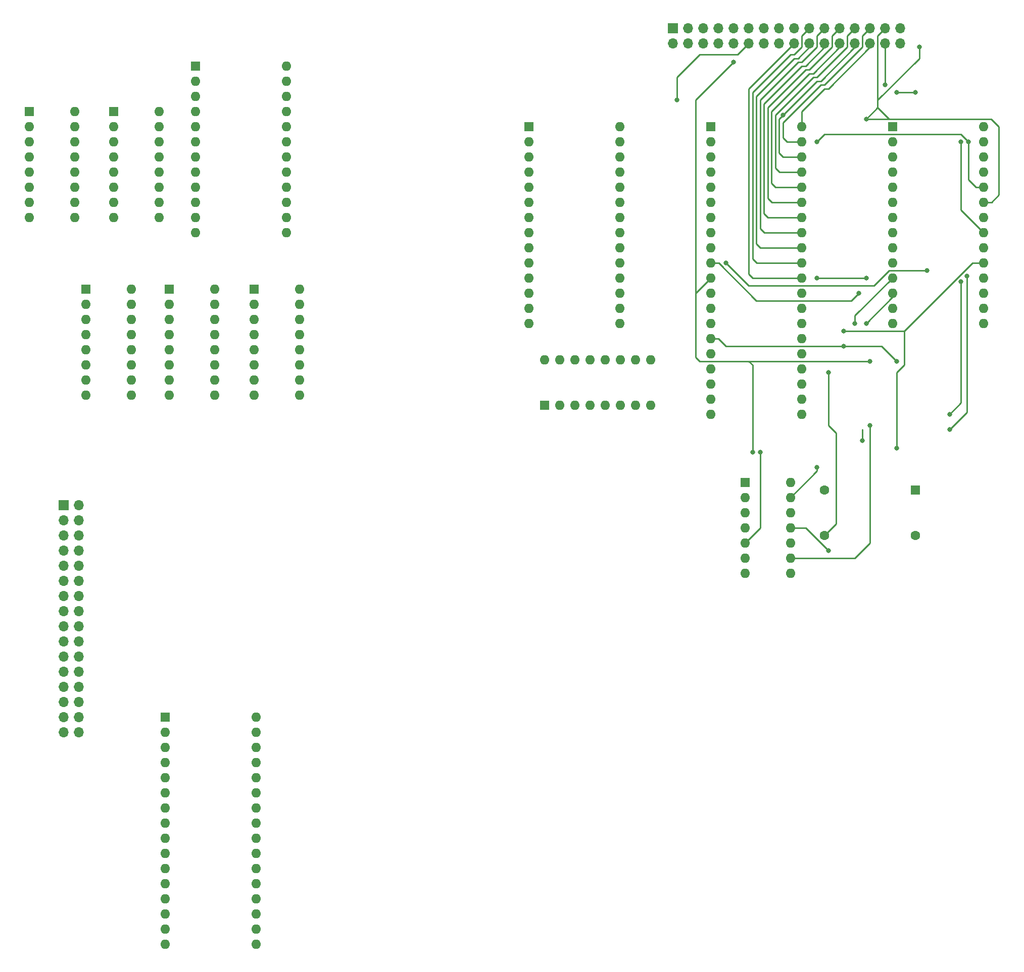
<source format=gbr>
%TF.GenerationSoftware,KiCad,Pcbnew,(6.0.4)*%
%TF.CreationDate,2022-04-27T21:45:15+02:00*%
%TF.ProjectId,z80,7a38302e-6b69-4636-9164-5f7063625858,rev?*%
%TF.SameCoordinates,Original*%
%TF.FileFunction,Copper,L2,Bot*%
%TF.FilePolarity,Positive*%
%FSLAX46Y46*%
G04 Gerber Fmt 4.6, Leading zero omitted, Abs format (unit mm)*
G04 Created by KiCad (PCBNEW (6.0.4)) date 2022-04-27 21:45:15*
%MOMM*%
%LPD*%
G01*
G04 APERTURE LIST*
%TA.AperFunction,ComponentPad*%
%ADD10R,1.600000X1.600000*%
%TD*%
%TA.AperFunction,ComponentPad*%
%ADD11O,1.600000X1.600000*%
%TD*%
%TA.AperFunction,ComponentPad*%
%ADD12R,1.700000X1.700000*%
%TD*%
%TA.AperFunction,ComponentPad*%
%ADD13O,1.700000X1.700000*%
%TD*%
%TA.AperFunction,ComponentPad*%
%ADD14C,1.600000*%
%TD*%
%TA.AperFunction,ViaPad*%
%ADD15C,0.800000*%
%TD*%
%TA.AperFunction,Conductor*%
%ADD16C,0.250000*%
%TD*%
G04 APERTURE END LIST*
D10*
%TO.P,CPU1,1,A11*%
%TO.N,A11*%
X132075000Y-52075000D03*
D11*
%TO.P,CPU1,2,A12*%
%TO.N,A12*%
X132075000Y-54615000D03*
%TO.P,CPU1,3,A13*%
%TO.N,A13*%
X132075000Y-57155000D03*
%TO.P,CPU1,4,A14*%
%TO.N,A14*%
X132075000Y-59695000D03*
%TO.P,CPU1,5,A15*%
%TO.N,A15*%
X132075000Y-62235000D03*
%TO.P,CPU1,6,~{CLK}*%
%TO.N,Clock*%
X132075000Y-64775000D03*
%TO.P,CPU1,7,D4*%
%TO.N,D4*%
X132075000Y-67315000D03*
%TO.P,CPU1,8,D3*%
%TO.N,D3*%
X132075000Y-69855000D03*
%TO.P,CPU1,9,D5*%
%TO.N,D5*%
X132075000Y-72395000D03*
%TO.P,CPU1,10,D6*%
%TO.N,D6*%
X132075000Y-74935000D03*
%TO.P,CPU1,11,VCC*%
%TO.N,+5V*%
X132075000Y-77475000D03*
%TO.P,CPU1,12,D2*%
%TO.N,D2*%
X132075000Y-80015000D03*
%TO.P,CPU1,13,D7*%
%TO.N,D7*%
X132075000Y-82555000D03*
%TO.P,CPU1,14,D0*%
%TO.N,D0*%
X132075000Y-85095000D03*
%TO.P,CPU1,15,D1*%
%TO.N,D1*%
X132075000Y-87635000D03*
%TO.P,CPU1,16,~{INT}*%
%TO.N,/INT*%
X132075000Y-90175000D03*
%TO.P,CPU1,17,~{NMI}*%
%TO.N,/NMI*%
X132075000Y-92715000D03*
%TO.P,CPU1,18,~{HALT}*%
%TO.N,unconnected-(CPU1-Pad18)*%
X132075000Y-95255000D03*
%TO.P,CPU1,19,~{MREQ}*%
%TO.N,/MREQ*%
X132075000Y-97795000D03*
%TO.P,CPU1,20,~{IORQ}*%
%TO.N,/IORQ*%
X132075000Y-100335000D03*
%TO.P,CPU1,21,~{RD}*%
%TO.N,RD*%
X147315000Y-100335000D03*
%TO.P,CPU1,22,~{WR}*%
%TO.N,WR*%
X147315000Y-97795000D03*
%TO.P,CPU1,23,~{BUSACK}*%
%TO.N,unconnected-(CPU1-Pad23)*%
X147315000Y-95255000D03*
%TO.P,CPU1,24,~{WAIT}*%
%TO.N,unconnected-(CPU1-Pad24)*%
X147315000Y-92715000D03*
%TO.P,CPU1,25,~{BUSRQ}*%
%TO.N,unconnected-(CPU1-Pad25)*%
X147315000Y-90175000D03*
%TO.P,CPU1,26,~{RESET}*%
%TO.N,Net-(CPU1-Pad26)*%
X147315000Y-87635000D03*
%TO.P,CPU1,27,~{M1}*%
%TO.N,unconnected-(CPU1-Pad27)*%
X147315000Y-85095000D03*
%TO.P,CPU1,28,~{RFSH}*%
%TO.N,unconnected-(CPU1-Pad28)*%
X147315000Y-82555000D03*
%TO.P,CPU1,29,GND*%
%TO.N,GND*%
X147315000Y-80015000D03*
%TO.P,CPU1,30,A0*%
%TO.N,A0*%
X147315000Y-77475000D03*
%TO.P,CPU1,31,A1*%
%TO.N,A1*%
X147315000Y-74935000D03*
%TO.P,CPU1,32,A2*%
%TO.N,A2*%
X147315000Y-72395000D03*
%TO.P,CPU1,33,A3*%
%TO.N,A3*%
X147315000Y-69855000D03*
%TO.P,CPU1,34,A4*%
%TO.N,A4*%
X147315000Y-67315000D03*
%TO.P,CPU1,35,A5*%
%TO.N,A5*%
X147315000Y-64775000D03*
%TO.P,CPU1,36,A6*%
%TO.N,A6*%
X147315000Y-62235000D03*
%TO.P,CPU1,37,A7*%
%TO.N,A7*%
X147315000Y-59695000D03*
%TO.P,CPU1,38,A8*%
%TO.N,A8*%
X147315000Y-57155000D03*
%TO.P,CPU1,39,A9*%
%TO.N,A9*%
X147315000Y-54615000D03*
%TO.P,CPU1,40,A10*%
%TO.N,A10*%
X147315000Y-52075000D03*
%TD*%
D10*
%TO.P,SW9,1*%
%TO.N,A0*%
X27305000Y-79375000D03*
D11*
%TO.P,SW9,2*%
%TO.N,A1*%
X27305000Y-81915000D03*
%TO.P,SW9,3*%
%TO.N,A2*%
X27305000Y-84455000D03*
%TO.P,SW9,4*%
%TO.N,A3*%
X27305000Y-86995000D03*
%TO.P,SW9,5*%
%TO.N,A4*%
X27305000Y-89535000D03*
%TO.P,SW9,6*%
%TO.N,A5*%
X27305000Y-92075000D03*
%TO.P,SW9,7*%
%TO.N,A6*%
X27305000Y-94615000D03*
%TO.P,SW9,8*%
%TO.N,A7*%
X27305000Y-97155000D03*
%TO.P,SW9,9*%
%TO.N,PA7*%
X34925000Y-97155000D03*
%TO.P,SW9,10*%
%TO.N,PA6*%
X34925000Y-94615000D03*
%TO.P,SW9,11*%
%TO.N,PA5*%
X34925000Y-92075000D03*
%TO.P,SW9,12*%
%TO.N,PA4*%
X34925000Y-89535000D03*
%TO.P,SW9,13*%
%TO.N,PA3*%
X34925000Y-86995000D03*
%TO.P,SW9,14*%
%TO.N,PA2*%
X34925000Y-84455000D03*
%TO.P,SW9,15*%
%TO.N,PA1*%
X34925000Y-81915000D03*
%TO.P,SW9,16*%
%TO.N,PA0*%
X34925000Y-79375000D03*
%TD*%
D10*
%TO.P,RAM1,1,A14*%
%TO.N,GND*%
X162555000Y-52055000D03*
D11*
%TO.P,RAM1,2,A12*%
%TO.N,A12*%
X162555000Y-54595000D03*
%TO.P,RAM1,3,A7*%
%TO.N,A7*%
X162555000Y-57135000D03*
%TO.P,RAM1,4,A6*%
%TO.N,A6*%
X162555000Y-59675000D03*
%TO.P,RAM1,5,A5*%
%TO.N,A5*%
X162555000Y-62215000D03*
%TO.P,RAM1,6,A4*%
%TO.N,A4*%
X162555000Y-64755000D03*
%TO.P,RAM1,7,A3*%
%TO.N,A3*%
X162555000Y-67295000D03*
%TO.P,RAM1,8,A2*%
%TO.N,A2*%
X162555000Y-69835000D03*
%TO.P,RAM1,9,A1*%
%TO.N,A1*%
X162555000Y-72375000D03*
%TO.P,RAM1,10,A0*%
%TO.N,A0*%
X162555000Y-74915000D03*
%TO.P,RAM1,11,Q0*%
%TO.N,D0*%
X162555000Y-77455000D03*
%TO.P,RAM1,12,Q1*%
%TO.N,D1*%
X162555000Y-79995000D03*
%TO.P,RAM1,13,Q2*%
%TO.N,D2*%
X162555000Y-82535000D03*
%TO.P,RAM1,14,GND*%
%TO.N,GND*%
X162555000Y-85075000D03*
%TO.P,RAM1,15,Q3*%
%TO.N,D3*%
X177795000Y-85075000D03*
%TO.P,RAM1,16,Q4*%
%TO.N,D4*%
X177795000Y-82535000D03*
%TO.P,RAM1,17,Q5*%
%TO.N,D5*%
X177795000Y-79995000D03*
%TO.P,RAM1,18,Q6*%
%TO.N,D6*%
X177795000Y-77455000D03*
%TO.P,RAM1,19,Q7*%
%TO.N,D7*%
X177795000Y-74915000D03*
%TO.P,RAM1,20,~{CS}*%
%TO.N,Net-(RAM1-Pad20)*%
X177795000Y-72375000D03*
%TO.P,RAM1,21,A10*%
%TO.N,A10*%
X177795000Y-69835000D03*
%TO.P,RAM1,22,~{OE}*%
%TO.N,RD*%
X177795000Y-67295000D03*
%TO.P,RAM1,23,A11*%
%TO.N,A11*%
X177795000Y-64755000D03*
%TO.P,RAM1,24,A9*%
%TO.N,A9*%
X177795000Y-62215000D03*
%TO.P,RAM1,25,A8*%
%TO.N,A8*%
X177795000Y-59675000D03*
%TO.P,RAM1,26,A13*%
%TO.N,GND*%
X177795000Y-57135000D03*
%TO.P,RAM1,27,~{WE}*%
%TO.N,WR*%
X177795000Y-54595000D03*
%TO.P,RAM1,28,VCC*%
%TO.N,+5V*%
X177795000Y-52055000D03*
%TD*%
D10*
%TO.P,SW10,1*%
%TO.N,Net-(A1-Pad24)*%
X55475000Y-79375000D03*
D11*
%TO.P,SW10,2*%
%TO.N,Net-(A1-Pad23)*%
X55475000Y-81915000D03*
%TO.P,SW10,3*%
%TO.N,Net-(A1-Pad22)*%
X55475000Y-84455000D03*
%TO.P,SW10,4*%
%TO.N,Net-(A1-Pad21)*%
X55475000Y-86995000D03*
%TO.P,SW10,5*%
%TO.N,Net-(A1-Pad20)*%
X55475000Y-89535000D03*
%TO.P,SW10,6*%
%TO.N,Net-(A1-Pad19)*%
X55475000Y-92075000D03*
%TO.P,SW10,7*%
%TO.N,Net-(A1-Pad18)*%
X55475000Y-94615000D03*
%TO.P,SW10,8*%
%TO.N,Net-(A1-Pad17)*%
X55475000Y-97155000D03*
%TO.P,SW10,9*%
%TO.N,PD7*%
X63095000Y-97155000D03*
%TO.P,SW10,10*%
%TO.N,PD6*%
X63095000Y-94615000D03*
%TO.P,SW10,11*%
%TO.N,PD5*%
X63095000Y-92075000D03*
%TO.P,SW10,12*%
%TO.N,PD4*%
X63095000Y-89535000D03*
%TO.P,SW10,13*%
%TO.N,PD3*%
X63095000Y-86995000D03*
%TO.P,SW10,14*%
%TO.N,PD2*%
X63095000Y-84455000D03*
%TO.P,SW10,15*%
%TO.N,PD1*%
X63095000Y-81915000D03*
%TO.P,SW10,16*%
%TO.N,PD0*%
X63095000Y-79375000D03*
%TD*%
D10*
%TO.P,ROM1,1,NC*%
%TO.N,unconnected-(ROM1-Pad1)*%
X101595000Y-52055000D03*
D11*
%TO.P,ROM1,2,A12*%
%TO.N,PA12*%
X101595000Y-54595000D03*
%TO.P,ROM1,3,A7*%
%TO.N,PA7*%
X101595000Y-57135000D03*
%TO.P,ROM1,4,A6*%
%TO.N,PA6*%
X101595000Y-59675000D03*
%TO.P,ROM1,5,A5*%
%TO.N,PA5*%
X101595000Y-62215000D03*
%TO.P,ROM1,6,A4*%
%TO.N,PA4*%
X101595000Y-64755000D03*
%TO.P,ROM1,7,A3*%
%TO.N,PA3*%
X101595000Y-67295000D03*
%TO.P,ROM1,8,A2*%
%TO.N,PA2*%
X101595000Y-69835000D03*
%TO.P,ROM1,9,A1*%
%TO.N,PA1*%
X101595000Y-72375000D03*
%TO.P,ROM1,10,A0*%
%TO.N,PA0*%
X101595000Y-74915000D03*
%TO.P,ROM1,11,I/O0*%
%TO.N,PD0*%
X101595000Y-77455000D03*
%TO.P,ROM1,12,I/O1*%
%TO.N,PD1*%
X101595000Y-79995000D03*
%TO.P,ROM1,13,I/O2*%
%TO.N,PD2*%
X101595000Y-82535000D03*
%TO.P,ROM1,14,GND*%
%TO.N,GND*%
X101595000Y-85075000D03*
%TO.P,ROM1,15,I/O3*%
%TO.N,PD3*%
X116835000Y-85075000D03*
%TO.P,ROM1,16,I/O4*%
%TO.N,PD4*%
X116835000Y-82535000D03*
%TO.P,ROM1,17,I/O5*%
%TO.N,PD5*%
X116835000Y-79995000D03*
%TO.P,ROM1,18,I/O6*%
%TO.N,PD6*%
X116835000Y-77455000D03*
%TO.P,ROM1,19,I/O7*%
%TO.N,PD7*%
X116835000Y-74915000D03*
%TO.P,ROM1,20,\u002ACE*%
%TO.N,Net-(ROM1-Pad20)*%
X116835000Y-72375000D03*
%TO.P,ROM1,21,A10*%
%TO.N,PA10*%
X116835000Y-69835000D03*
%TO.P,ROM1,22,\u002AOE*%
%TO.N,PRD*%
X116835000Y-67295000D03*
%TO.P,ROM1,23,A11*%
%TO.N,PA11*%
X116835000Y-64755000D03*
%TO.P,ROM1,24,A9*%
%TO.N,PA9*%
X116835000Y-62215000D03*
%TO.P,ROM1,25,A8*%
%TO.N,PA8*%
X116835000Y-59675000D03*
%TO.P,ROM1,26,NC*%
%TO.N,unconnected-(ROM1-Pad26)*%
X116835000Y-57135000D03*
%TO.P,ROM1,27,\u002AWE*%
%TO.N,PWR*%
X116835000Y-54595000D03*
%TO.P,ROM1,28,VCC*%
%TO.N,+5V*%
X116835000Y-52055000D03*
%TD*%
D12*
%TO.P,J1,1,Pin_1*%
%TO.N,D7*%
X125725000Y-35560000D03*
D13*
%TO.P,J1,2,Pin_2*%
%TO.N,D6*%
X125725000Y-38100000D03*
%TO.P,J1,3,Pin_3*%
%TO.N,D5*%
X128265000Y-35560000D03*
%TO.P,J1,4,Pin_4*%
%TO.N,D4*%
X128265000Y-38100000D03*
%TO.P,J1,5,Pin_5*%
%TO.N,D3*%
X130805000Y-35560000D03*
%TO.P,J1,6,Pin_6*%
%TO.N,D2*%
X130805000Y-38100000D03*
%TO.P,J1,7,Pin_7*%
%TO.N,D1*%
X133345000Y-35560000D03*
%TO.P,J1,8,Pin_8*%
%TO.N,D0*%
X133345000Y-38100000D03*
%TO.P,J1,9,Pin_9*%
%TO.N,A15*%
X135885000Y-35560000D03*
%TO.P,J1,10,Pin_10*%
%TO.N,+5V*%
X135885000Y-38100000D03*
%TO.P,J1,11,Pin_11*%
%TO.N,/RST*%
X138425000Y-35560000D03*
%TO.P,J1,12,Pin_12*%
%TO.N,/IORQ*%
X138425000Y-38100000D03*
%TO.P,J1,13,Pin_13*%
%TO.N,/MREQ*%
X140965000Y-35560000D03*
%TO.P,J1,14,Pin_14*%
%TO.N,RD*%
X140965000Y-38100000D03*
%TO.P,J1,15,Pin_15*%
%TO.N,WR*%
X143505000Y-35560000D03*
%TO.P,J1,16,Pin_16*%
%TO.N,GND*%
X143505000Y-38100000D03*
%TO.P,J1,17,Pin_17*%
X146045000Y-35560000D03*
%TO.P,J1,18,Pin_18*%
%TO.N,A0*%
X146045000Y-38100000D03*
%TO.P,J1,19,Pin_19*%
%TO.N,A1*%
X148585000Y-35560000D03*
%TO.P,J1,20,Pin_20*%
%TO.N,A2*%
X148585000Y-38100000D03*
%TO.P,J1,21,Pin_21*%
%TO.N,A3*%
X151125000Y-35560000D03*
%TO.P,J1,22,Pin_22*%
%TO.N,A4*%
X151125000Y-38100000D03*
%TO.P,J1,23,Pin_23*%
%TO.N,A5*%
X153665000Y-35560000D03*
%TO.P,J1,24,Pin_24*%
%TO.N,A6*%
X153665000Y-38100000D03*
%TO.P,J1,25,Pin_25*%
%TO.N,A7*%
X156205000Y-35560000D03*
%TO.P,J1,26,Pin_26*%
%TO.N,A8*%
X156205000Y-38100000D03*
%TO.P,J1,27,Pin_27*%
%TO.N,A9*%
X158745000Y-35560000D03*
%TO.P,J1,28,Pin_28*%
%TO.N,A10*%
X158745000Y-38100000D03*
%TO.P,J1,29,Pin_29*%
%TO.N,A11*%
X161285000Y-35560000D03*
%TO.P,J1,30,Pin_30*%
%TO.N,A12*%
X161285000Y-38100000D03*
%TO.P,J1,31,Pin_31*%
%TO.N,A13*%
X163825000Y-35560000D03*
%TO.P,J1,32,Pin_32*%
%TO.N,A14*%
X163825000Y-38100000D03*
%TD*%
D10*
%TO.P,SW14,1*%
%TO.N,Net-(SW14-Pad1)*%
X32000000Y-49545000D03*
D11*
%TO.P,SW14,2*%
%TO.N,Net-(SW14-Pad2)*%
X32000000Y-52085000D03*
%TO.P,SW14,3*%
%TO.N,Net-(SW14-Pad3)*%
X32000000Y-54625000D03*
%TO.P,SW14,4*%
%TO.N,Net-(SW14-Pad4)*%
X32000000Y-57165000D03*
%TO.P,SW14,5*%
%TO.N,Net-(SW14-Pad5)*%
X32000000Y-59705000D03*
%TO.P,SW14,6*%
%TO.N,unconnected-(SW14-Pad6)*%
X32000000Y-62245000D03*
%TO.P,SW14,7*%
%TO.N,unconnected-(SW14-Pad7)*%
X32000000Y-64785000D03*
%TO.P,SW14,8*%
%TO.N,unconnected-(SW14-Pad8)*%
X32000000Y-67325000D03*
%TO.P,SW14,9*%
%TO.N,unconnected-(SW14-Pad9)*%
X39620000Y-67325000D03*
%TO.P,SW14,10*%
%TO.N,unconnected-(SW14-Pad10)*%
X39620000Y-64785000D03*
%TO.P,SW14,11*%
%TO.N,unconnected-(SW14-Pad11)*%
X39620000Y-62245000D03*
%TO.P,SW14,12*%
%TO.N,unconnected-(SW14-Pad12)*%
X39620000Y-59705000D03*
%TO.P,SW14,13*%
%TO.N,unconnected-(SW14-Pad13)*%
X39620000Y-57165000D03*
%TO.P,SW14,14*%
%TO.N,unconnected-(SW14-Pad14)*%
X39620000Y-54625000D03*
%TO.P,SW14,15*%
%TO.N,unconnected-(SW14-Pad15)*%
X39620000Y-52085000D03*
%TO.P,SW14,16*%
%TO.N,unconnected-(SW14-Pad16)*%
X39620000Y-49545000D03*
%TD*%
D10*
%TO.P,CLK1,1,DIS*%
%TO.N,Net-(CLK1-Pad1)*%
X137805000Y-111755000D03*
D11*
%TO.P,CLK1,2,THR*%
%TO.N,Net-(C1-Pad1)*%
X137805000Y-114295000D03*
%TO.P,CLK1,3,CV*%
%TO.N,Net-(C5-Pad1)*%
X137805000Y-116835000D03*
%TO.P,CLK1,4,R*%
%TO.N,+5V*%
X137805000Y-119375000D03*
%TO.P,CLK1,5,Q*%
%TO.N,/AdjClk*%
X137805000Y-121915000D03*
%TO.P,CLK1,6,TR*%
%TO.N,Net-(C1-Pad1)*%
X137805000Y-124455000D03*
%TO.P,CLK1,7,GND*%
%TO.N,GND*%
X137805000Y-126995000D03*
%TO.P,CLK1,8,TR*%
%TO.N,Net-(CLK1-Pad8)*%
X145425000Y-126995000D03*
%TO.P,CLK1,9,Q*%
%TO.N,/ManClk*%
X145425000Y-124455000D03*
%TO.P,CLK1,10,R*%
%TO.N,+5V*%
X145425000Y-121915000D03*
%TO.P,CLK1,11,CV*%
%TO.N,Net-(C6-Pad1)*%
X145425000Y-119375000D03*
%TO.P,CLK1,12,THR*%
%TO.N,Net-(C7-Pad2)*%
X145425000Y-116835000D03*
%TO.P,CLK1,13,DIS*%
X145425000Y-114295000D03*
%TO.P,CLK1,14,VCC*%
%TO.N,+5V*%
X145425000Y-111755000D03*
%TD*%
D10*
%TO.P,SW13,1*%
%TO.N,Net-(SW13-Pad1)*%
X17800000Y-49545000D03*
D11*
%TO.P,SW13,2*%
%TO.N,Net-(SW13-Pad2)*%
X17800000Y-52085000D03*
%TO.P,SW13,3*%
%TO.N,Net-(SW13-Pad3)*%
X17800000Y-54625000D03*
%TO.P,SW13,4*%
%TO.N,Net-(SW13-Pad4)*%
X17800000Y-57165000D03*
%TO.P,SW13,5*%
%TO.N,Net-(SW13-Pad5)*%
X17800000Y-59705000D03*
%TO.P,SW13,6*%
%TO.N,Net-(SW13-Pad6)*%
X17800000Y-62245000D03*
%TO.P,SW13,7*%
%TO.N,Net-(SW13-Pad7)*%
X17800000Y-64785000D03*
%TO.P,SW13,8*%
%TO.N,Net-(SW13-Pad8)*%
X17800000Y-67325000D03*
%TO.P,SW13,9*%
%TO.N,unconnected-(SW13-Pad9)*%
X25420000Y-67325000D03*
%TO.P,SW13,10*%
%TO.N,unconnected-(SW13-Pad10)*%
X25420000Y-64785000D03*
%TO.P,SW13,11*%
%TO.N,unconnected-(SW13-Pad11)*%
X25420000Y-62245000D03*
%TO.P,SW13,12*%
%TO.N,unconnected-(SW13-Pad12)*%
X25420000Y-59705000D03*
%TO.P,SW13,13*%
%TO.N,unconnected-(SW13-Pad13)*%
X25420000Y-57165000D03*
%TO.P,SW13,14*%
%TO.N,unconnected-(SW13-Pad14)*%
X25420000Y-54625000D03*
%TO.P,SW13,15*%
%TO.N,unconnected-(SW13-Pad15)*%
X25420000Y-52085000D03*
%TO.P,SW13,16*%
%TO.N,unconnected-(SW13-Pad16)*%
X25420000Y-49545000D03*
%TD*%
D10*
%TO.P,A1,1,NC*%
%TO.N,unconnected-(A1-Pad1)*%
X45715000Y-41905000D03*
D11*
%TO.P,A1,2,IOREF*%
%TO.N,unconnected-(A1-Pad2)*%
X45715000Y-44445000D03*
%TO.P,A1,3,~{RESET}*%
%TO.N,unconnected-(A1-Pad3)*%
X45715000Y-46985000D03*
%TO.P,A1,4,3V3*%
%TO.N,unconnected-(A1-Pad4)*%
X45715000Y-49525000D03*
%TO.P,A1,5,+5V*%
%TO.N,Net-(A1-Pad5)*%
X45715000Y-52065000D03*
%TO.P,A1,6,GND*%
%TO.N,Net-(A1-Pad6)*%
X45715000Y-54605000D03*
%TO.P,A1,7,GND*%
%TO.N,unconnected-(A1-Pad7)*%
X45715000Y-57145000D03*
%TO.P,A1,8,VIN*%
%TO.N,unconnected-(A1-Pad8)*%
X45715000Y-59685000D03*
%TO.P,A1,9,A0*%
%TO.N,Net-(A1-Pad9)*%
X45715000Y-62225000D03*
%TO.P,A1,10,A1*%
%TO.N,unconnected-(A1-Pad10)*%
X45715000Y-64765000D03*
%TO.P,A1,11,A2*%
%TO.N,unconnected-(A1-Pad11)*%
X45715000Y-67305000D03*
%TO.P,A1,12,A3*%
%TO.N,unconnected-(A1-Pad12)*%
X45715000Y-69845000D03*
%TO.P,A1,13,A4*%
%TO.N,unconnected-(A1-Pad13)*%
X60955000Y-69845000D03*
%TO.P,A1,14,A5*%
%TO.N,unconnected-(A1-Pad14)*%
X60955000Y-67305000D03*
%TO.P,A1,15,D0/RX*%
%TO.N,unconnected-(A1-Pad15)*%
X60955000Y-64765000D03*
%TO.P,A1,16,D1/TX*%
%TO.N,unconnected-(A1-Pad16)*%
X60955000Y-62225000D03*
%TO.P,A1,17,D2/SDA*%
%TO.N,Net-(A1-Pad17)*%
X60955000Y-59685000D03*
%TO.P,A1,18,D3/SCL*%
%TO.N,Net-(A1-Pad18)*%
X60955000Y-57145000D03*
%TO.P,A1,19,D4*%
%TO.N,Net-(A1-Pad19)*%
X60955000Y-54605000D03*
%TO.P,A1,20,D5*%
%TO.N,Net-(A1-Pad20)*%
X60955000Y-52065000D03*
%TO.P,A1,21,D6*%
%TO.N,Net-(A1-Pad21)*%
X60955000Y-49525000D03*
%TO.P,A1,22,D7*%
%TO.N,Net-(A1-Pad22)*%
X60955000Y-46985000D03*
%TO.P,A1,23,D8*%
%TO.N,Net-(A1-Pad23)*%
X60955000Y-44445000D03*
%TO.P,A1,24,D9*%
%TO.N,Net-(A1-Pad24)*%
X60955000Y-41905000D03*
%TD*%
D10*
%TO.P,SW5,1*%
%TO.N,D0*%
X104155000Y-98810000D03*
D11*
%TO.P,SW5,2*%
%TO.N,D1*%
X106695000Y-98810000D03*
%TO.P,SW5,3*%
%TO.N,D2*%
X109235000Y-98810000D03*
%TO.P,SW5,4*%
%TO.N,D3*%
X111775000Y-98810000D03*
%TO.P,SW5,5*%
%TO.N,D4*%
X114315000Y-98810000D03*
%TO.P,SW5,6*%
%TO.N,D5*%
X116855000Y-98810000D03*
%TO.P,SW5,7*%
%TO.N,D6*%
X119395000Y-98810000D03*
%TO.P,SW5,8*%
%TO.N,D7*%
X121935000Y-98810000D03*
%TO.P,SW5,9*%
%TO.N,PD7*%
X121935000Y-91190000D03*
%TO.P,SW5,10*%
%TO.N,PD6*%
X119395000Y-91190000D03*
%TO.P,SW5,11*%
%TO.N,PD5*%
X116855000Y-91190000D03*
%TO.P,SW5,12*%
%TO.N,PD4*%
X114315000Y-91190000D03*
%TO.P,SW5,13*%
%TO.N,PD3*%
X111775000Y-91190000D03*
%TO.P,SW5,14*%
%TO.N,PD2*%
X109235000Y-91190000D03*
%TO.P,SW5,15*%
%TO.N,PD1*%
X106695000Y-91190000D03*
%TO.P,SW5,16*%
%TO.N,PD0*%
X104155000Y-91190000D03*
%TD*%
D10*
%TO.P,SW12,1*%
%TO.N,A8*%
X41275000Y-79375000D03*
D11*
%TO.P,SW12,2*%
%TO.N,A9*%
X41275000Y-81915000D03*
%TO.P,SW12,3*%
%TO.N,A10*%
X41275000Y-84455000D03*
%TO.P,SW12,4*%
%TO.N,A11*%
X41275000Y-86995000D03*
%TO.P,SW12,5*%
%TO.N,A12*%
X41275000Y-89535000D03*
%TO.P,SW12,6*%
%TO.N,RD*%
X41275000Y-92075000D03*
%TO.P,SW12,7*%
%TO.N,unconnected-(SW12-Pad7)*%
X41275000Y-94615000D03*
%TO.P,SW12,8*%
%TO.N,unconnected-(SW12-Pad8)*%
X41275000Y-97155000D03*
%TO.P,SW12,9*%
%TO.N,unconnected-(SW12-Pad9)*%
X48895000Y-97155000D03*
%TO.P,SW12,10*%
%TO.N,unconnected-(SW12-Pad10)*%
X48895000Y-94615000D03*
%TO.P,SW12,11*%
%TO.N,PRD*%
X48895000Y-92075000D03*
%TO.P,SW12,12*%
%TO.N,PA12*%
X48895000Y-89535000D03*
%TO.P,SW12,13*%
%TO.N,PA11*%
X48895000Y-86995000D03*
%TO.P,SW12,14*%
%TO.N,PA10*%
X48895000Y-84455000D03*
%TO.P,SW12,15*%
%TO.N,PA9*%
X48895000Y-81915000D03*
%TO.P,SW12,16*%
%TO.N,PA8*%
X48895000Y-79375000D03*
%TD*%
D10*
%TO.P,X8.000Mhz1,1,EN*%
%TO.N,GND*%
X166370000Y-113030000D03*
D14*
%TO.P,X8.000Mhz1,7,GND*%
X151130000Y-113030000D03*
%TO.P,X8.000Mhz1,8,OUT*%
%TO.N,/FstClk*%
X151130000Y-120650000D03*
%TO.P,X8.000Mhz1,14,Vcc*%
%TO.N,+5V*%
X166370000Y-120650000D03*
%TD*%
D12*
%TO.P,J2,1,Pin_1*%
%TO.N,unconnected-(J2-Pad1)*%
X23565000Y-115565000D03*
D13*
%TO.P,J2,2,Pin_2*%
%TO.N,unconnected-(J2-Pad2)*%
X26105000Y-115565000D03*
%TO.P,J2,3,Pin_3*%
%TO.N,unconnected-(J2-Pad3)*%
X23565000Y-118105000D03*
%TO.P,J2,4,Pin_4*%
%TO.N,unconnected-(J2-Pad4)*%
X26105000Y-118105000D03*
%TO.P,J2,5,Pin_5*%
%TO.N,unconnected-(J2-Pad5)*%
X23565000Y-120645000D03*
%TO.P,J2,6,Pin_6*%
%TO.N,unconnected-(J2-Pad6)*%
X26105000Y-120645000D03*
%TO.P,J2,7,Pin_7*%
%TO.N,unconnected-(J2-Pad7)*%
X23565000Y-123185000D03*
%TO.P,J2,8,Pin_8*%
%TO.N,unconnected-(J2-Pad8)*%
X26105000Y-123185000D03*
%TO.P,J2,9,Pin_9*%
%TO.N,A15*%
X23565000Y-125725000D03*
%TO.P,J2,10,Pin_10*%
%TO.N,PWR*%
X26105000Y-125725000D03*
%TO.P,J2,11,Pin_11*%
%TO.N,/RST*%
X23565000Y-128265000D03*
%TO.P,J2,12,Pin_12*%
%TO.N,/IO*%
X26105000Y-128265000D03*
%TO.P,J2,13,Pin_13*%
%TO.N,/MEM*%
X23565000Y-130805000D03*
%TO.P,J2,14,Pin_14*%
%TO.N,RD*%
X26105000Y-130805000D03*
%TO.P,J2,15,Pin_15*%
%TO.N,WR*%
X23565000Y-133345000D03*
%TO.P,J2,16,Pin_16*%
%TO.N,GND*%
X26105000Y-133345000D03*
%TO.P,J2,17,Pin_17*%
X23565000Y-135885000D03*
%TO.P,J2,18,Pin_18*%
%TO.N,unconnected-(J2-Pad18)*%
X26105000Y-135885000D03*
%TO.P,J2,19,Pin_19*%
%TO.N,unconnected-(J2-Pad19)*%
X23565000Y-138425000D03*
%TO.P,J2,20,Pin_20*%
%TO.N,unconnected-(J2-Pad20)*%
X26105000Y-138425000D03*
%TO.P,J2,21,Pin_21*%
%TO.N,unconnected-(J2-Pad21)*%
X23565000Y-140965000D03*
%TO.P,J2,22,Pin_22*%
%TO.N,unconnected-(J2-Pad22)*%
X26105000Y-140965000D03*
%TO.P,J2,23,Pin_23*%
%TO.N,unconnected-(J2-Pad23)*%
X23565000Y-143505000D03*
%TO.P,J2,24,Pin_24*%
%TO.N,unconnected-(J2-Pad24)*%
X26105000Y-143505000D03*
%TO.P,J2,25,Pin_25*%
%TO.N,unconnected-(J2-Pad25)*%
X23565000Y-146045000D03*
%TO.P,J2,26,Pin_26*%
%TO.N,unconnected-(J2-Pad26)*%
X26105000Y-146045000D03*
%TO.P,J2,27,Pin_27*%
%TO.N,unconnected-(J2-Pad27)*%
X23565000Y-148585000D03*
%TO.P,J2,28,Pin_28*%
%TO.N,unconnected-(J2-Pad28)*%
X26105000Y-148585000D03*
%TO.P,J2,29,Pin_29*%
%TO.N,unconnected-(J2-Pad29)*%
X23565000Y-151125000D03*
%TO.P,J2,30,Pin_30*%
%TO.N,unconnected-(J2-Pad30)*%
X26105000Y-151125000D03*
%TO.P,J2,31,Pin_31*%
%TO.N,unconnected-(J2-Pad31)*%
X23565000Y-153665000D03*
%TO.P,J2,32,Pin_32*%
%TO.N,unconnected-(J2-Pad32)*%
X26105000Y-153665000D03*
%TD*%
D10*
%TO.P,U23,1,A18*%
%TO.N,Net-(U20-Pad10)*%
X40635000Y-151130000D03*
D11*
%TO.P,U23,2,A16*%
%TO.N,Net-(U20-Pad5)*%
X40635000Y-153670000D03*
%TO.P,U23,3,A15*%
%TO.N,Net-(U20-Pad2)*%
X40635000Y-156210000D03*
%TO.P,U23,4,A12*%
%TO.N,unconnected-(U23-Pad4)*%
X40635000Y-158750000D03*
%TO.P,U23,5,A7*%
%TO.N,unconnected-(U23-Pad5)*%
X40635000Y-161290000D03*
%TO.P,U23,6,A6*%
%TO.N,unconnected-(U23-Pad6)*%
X40635000Y-163830000D03*
%TO.P,U23,7,A5*%
%TO.N,unconnected-(U23-Pad7)*%
X40635000Y-166370000D03*
%TO.P,U23,8,A4*%
%TO.N,unconnected-(U23-Pad8)*%
X40635000Y-168910000D03*
%TO.P,U23,9,A3*%
%TO.N,unconnected-(U23-Pad9)*%
X40635000Y-171450000D03*
%TO.P,U23,10,A2*%
%TO.N,unconnected-(U23-Pad10)*%
X40635000Y-173990000D03*
%TO.P,U23,11,A1*%
%TO.N,unconnected-(U23-Pad11)*%
X40635000Y-176530000D03*
%TO.P,U23,12,A0*%
%TO.N,unconnected-(U23-Pad12)*%
X40635000Y-179070000D03*
%TO.P,U23,13,D0*%
%TO.N,unconnected-(U23-Pad13)*%
X40635000Y-181610000D03*
%TO.P,U23,14,D1*%
%TO.N,unconnected-(U23-Pad14)*%
X40635000Y-184150000D03*
%TO.P,U23,15,D2*%
%TO.N,unconnected-(U23-Pad15)*%
X40635000Y-186690000D03*
%TO.P,U23,16,GND*%
%TO.N,GND*%
X40635000Y-189230000D03*
%TO.P,U23,17,D3*%
%TO.N,unconnected-(U23-Pad17)*%
X55875000Y-189230000D03*
%TO.P,U23,18,D4*%
%TO.N,unconnected-(U23-Pad18)*%
X55875000Y-186690000D03*
%TO.P,U23,19,D5*%
%TO.N,unconnected-(U23-Pad19)*%
X55875000Y-184150000D03*
%TO.P,U23,20,D6*%
%TO.N,unconnected-(U23-Pad20)*%
X55875000Y-181610000D03*
%TO.P,U23,21,D7*%
%TO.N,unconnected-(U23-Pad21)*%
X55875000Y-179070000D03*
%TO.P,U23,22,CE*%
%TO.N,unconnected-(U23-Pad22)*%
X55875000Y-176530000D03*
%TO.P,U23,23,A10*%
%TO.N,unconnected-(U23-Pad23)*%
X55875000Y-173990000D03*
%TO.P,U23,24,OE*%
%TO.N,RD*%
X55875000Y-171450000D03*
%TO.P,U23,25,A11*%
%TO.N,unconnected-(U23-Pad25)*%
X55875000Y-168910000D03*
%TO.P,U23,26,A9*%
%TO.N,unconnected-(U23-Pad26)*%
X55875000Y-166370000D03*
%TO.P,U23,27,A8*%
%TO.N,unconnected-(U23-Pad27)*%
X55875000Y-163830000D03*
%TO.P,U23,28,A13*%
%TO.N,unconnected-(U23-Pad28)*%
X55875000Y-161290000D03*
%TO.P,U23,29,A14*%
%TO.N,unconnected-(U23-Pad29)*%
X55875000Y-158750000D03*
%TO.P,U23,30,A17*%
%TO.N,Net-(U20-Pad7)*%
X55875000Y-156210000D03*
%TO.P,U23,31,PGM*%
%TO.N,Net-(R41-Pad1)*%
X55875000Y-153670000D03*
%TO.P,U23,32,VCC*%
%TO.N,PWR*%
X55875000Y-151130000D03*
%TD*%
D15*
%TO.N,+5V*%
X158750000Y-91440000D03*
X135890000Y-41275000D03*
X139065000Y-106680000D03*
%TO.N,Net-(C6-Pad1)*%
X151765000Y-123190000D03*
%TO.N,Net-(C7-Pad2)*%
X149860000Y-109220000D03*
%TO.N,A11*%
X158115000Y-50800000D03*
X167005000Y-38735000D03*
%TO.N,A12*%
X161290000Y-45085000D03*
%TO.N,D4*%
X158115000Y-77470000D03*
X149860000Y-77470000D03*
%TO.N,D5*%
X168275000Y-76200000D03*
X172085000Y-100330000D03*
X134620000Y-74930000D03*
X173990000Y-78105000D03*
%TO.N,D6*%
X156845000Y-80010000D03*
X172085000Y-102870000D03*
X174942500Y-77152500D03*
%TO.N,D7*%
X163195000Y-106045000D03*
X154305000Y-86360000D03*
%TO.N,D0*%
X156210000Y-85090000D03*
%TO.N,D1*%
X154305000Y-88900000D03*
X158115000Y-85090000D03*
X163195000Y-91440000D03*
%TO.N,/IORQ*%
X126365000Y-47625000D03*
%TO.N,A8*%
X144145000Y-50165000D03*
X163195000Y-46355000D03*
X166370000Y-46355000D03*
%TO.N,A9*%
X175260000Y-54610000D03*
X149855000Y-54615000D03*
%TO.N,A10*%
X173990000Y-54610000D03*
%TO.N,/ManClk*%
X158750000Y-102235000D03*
%TO.N,/FstClk*%
X151765000Y-93345000D03*
%TO.N,/AdjClk*%
X140335000Y-106680000D03*
%TO.N,Net-(R2-Pad2)*%
X157480000Y-104775000D03*
%TD*%
D16*
%TO.N,+5V*%
X129540000Y-90805000D02*
X129540000Y-80010000D01*
X138430000Y-91440000D02*
X130175000Y-91440000D01*
X139065000Y-92075000D02*
X138430000Y-91440000D01*
X129540000Y-80010000D02*
X132075000Y-77475000D01*
X129540000Y-47625000D02*
X135890000Y-41275000D01*
X139065000Y-106680000D02*
X139065000Y-92075000D01*
X130175000Y-91440000D02*
X129540000Y-90805000D01*
X129540000Y-80010000D02*
X129540000Y-47625000D01*
X158750000Y-91440000D02*
X138430000Y-91440000D01*
%TO.N,Net-(C6-Pad1)*%
X147950000Y-119375000D02*
X151765000Y-123190000D01*
X145425000Y-119375000D02*
X146680000Y-119375000D01*
X146680000Y-119375000D02*
X147950000Y-119375000D01*
%TO.N,Net-(C7-Pad2)*%
X145425000Y-114295000D02*
X149860000Y-109860000D01*
X149860000Y-109860000D02*
X149860000Y-109220000D01*
%TO.N,A11*%
X179070000Y-50800000D02*
X180340000Y-52070000D01*
X160020000Y-47625000D02*
X167005000Y-40640000D01*
X160020000Y-47625000D02*
X160020000Y-36825000D01*
X180340000Y-52070000D02*
X180340000Y-63500000D01*
X167005000Y-40640000D02*
X167005000Y-38735000D01*
X160020000Y-48895000D02*
X160020000Y-47625000D01*
X161925000Y-50800000D02*
X179070000Y-50800000D01*
X158115000Y-50800000D02*
X160020000Y-48895000D01*
X158115000Y-50800000D02*
X161925000Y-50800000D01*
X180340000Y-63500000D02*
X179085000Y-64755000D01*
X160020000Y-48895000D02*
X161925000Y-50800000D01*
X160020000Y-36825000D02*
X161285000Y-35560000D01*
X179085000Y-64755000D02*
X177795000Y-64755000D01*
%TO.N,A12*%
X161290000Y-45085000D02*
X161290000Y-38105000D01*
X161290000Y-38105000D02*
X161285000Y-38100000D01*
%TO.N,D4*%
X149860000Y-77470000D02*
X158115000Y-77470000D01*
%TO.N,D5*%
X173990000Y-78105000D02*
X173990000Y-97790000D01*
X173990000Y-98425000D02*
X172085000Y-100330000D01*
X161925000Y-76200000D02*
X168275000Y-76200000D01*
X173990000Y-97790000D02*
X173990000Y-98425000D01*
X159385000Y-78740000D02*
X161925000Y-76200000D01*
X134620000Y-74930000D02*
X138430000Y-78740000D01*
X177780000Y-80010000D02*
X177795000Y-79995000D01*
X138420000Y-78740000D02*
X159385000Y-78740000D01*
%TO.N,D6*%
X133355000Y-74935000D02*
X139700000Y-81280000D01*
X139700000Y-81280000D02*
X155575000Y-81280000D01*
X132075000Y-74935000D02*
X133355000Y-74935000D01*
X156845000Y-80010000D02*
X155575000Y-81280000D01*
X174942500Y-77152500D02*
X174942500Y-100012500D01*
X174942500Y-100012500D02*
X172085000Y-102870000D01*
%TO.N,D7*%
X164465000Y-86360000D02*
X175910000Y-74915000D01*
X163195000Y-106045000D02*
X163195000Y-93345000D01*
X154305000Y-86360000D02*
X164465000Y-86360000D01*
X175910000Y-74915000D02*
X177795000Y-74915000D01*
X163195000Y-93345000D02*
X164465000Y-92075000D01*
X164465000Y-92075000D02*
X164465000Y-86360000D01*
%TO.N,D0*%
X156210000Y-83800000D02*
X162555000Y-77455000D01*
X156210000Y-85090000D02*
X156210000Y-83800000D01*
%TO.N,D1*%
X133345000Y-87635000D02*
X134610000Y-88900000D01*
X134610000Y-88900000D02*
X154305000Y-88900000D01*
X160655000Y-88900000D02*
X163195000Y-91440000D01*
X158115000Y-85090000D02*
X162555000Y-80650000D01*
X132075000Y-87635000D02*
X133345000Y-87635000D01*
X162555000Y-80650000D02*
X162555000Y-79995000D01*
X154305000Y-88900000D02*
X160655000Y-88900000D01*
%TO.N,/IORQ*%
X138425000Y-38105000D02*
X138425000Y-38100000D01*
X126365000Y-43815000D02*
X130175000Y-40005000D01*
X126365000Y-47625000D02*
X126365000Y-43815000D01*
X130175000Y-40005000D02*
X136525000Y-40005000D01*
X136525000Y-40005000D02*
X138425000Y-38105000D01*
%TO.N,A0*%
X147315000Y-77475000D02*
X139070000Y-77475000D01*
X146045000Y-38100000D02*
X146045000Y-38105000D01*
X138430000Y-48260000D02*
X138430000Y-45720000D01*
X139070000Y-77475000D02*
X138430000Y-76835000D01*
X138430000Y-76835000D02*
X138430000Y-48260000D01*
X146045000Y-38105000D02*
X138430000Y-45720000D01*
%TO.N,A1*%
X146050000Y-40005000D02*
X147320000Y-38735000D01*
X147320000Y-36825000D02*
X148585000Y-35560000D01*
X139065000Y-46355000D02*
X145415000Y-40005000D01*
X139065000Y-74295000D02*
X139065000Y-46355000D01*
X139705000Y-74935000D02*
X139065000Y-74295000D01*
X145415000Y-40005000D02*
X146050000Y-40005000D01*
X147315000Y-74935000D02*
X139705000Y-74935000D01*
X147320000Y-38735000D02*
X147320000Y-36825000D01*
%TO.N,A2*%
X148585000Y-38740000D02*
X148585000Y-38100000D01*
X146685000Y-40640000D02*
X148585000Y-38740000D01*
X139700000Y-46990000D02*
X146050000Y-40640000D01*
X140340000Y-72395000D02*
X139700000Y-71755000D01*
X139700000Y-71755000D02*
X139700000Y-46990000D01*
X146050000Y-40640000D02*
X146685000Y-40640000D01*
X147315000Y-72395000D02*
X140340000Y-72395000D01*
%TO.N,A3*%
X149860000Y-38735000D02*
X149860000Y-36825000D01*
X149860000Y-36825000D02*
X151125000Y-35560000D01*
X146685000Y-41275000D02*
X147320000Y-41275000D01*
X140335000Y-47625000D02*
X146685000Y-41275000D01*
X140335000Y-69215000D02*
X140335000Y-47625000D01*
X140975000Y-69855000D02*
X140335000Y-69215000D01*
X147315000Y-69855000D02*
X140975000Y-69855000D01*
X147320000Y-41275000D02*
X149860000Y-38735000D01*
%TO.N,A4*%
X141610000Y-67315000D02*
X140970000Y-66675000D01*
X151130000Y-38105000D02*
X151125000Y-38100000D01*
X140970000Y-66675000D02*
X140970000Y-48260000D01*
X151130000Y-38735000D02*
X151130000Y-38105000D01*
X147315000Y-67315000D02*
X141610000Y-67315000D01*
X147320000Y-41910000D02*
X147955000Y-41910000D01*
X147955000Y-41910000D02*
X151130000Y-38735000D01*
X140970000Y-48260000D02*
X147320000Y-41910000D01*
%TO.N,A5*%
X152400000Y-38735000D02*
X152400000Y-36825000D01*
X152400000Y-36825000D02*
X153665000Y-35560000D01*
X148590000Y-42545000D02*
X152400000Y-38735000D01*
X141605000Y-48895000D02*
X147955000Y-42545000D01*
X142245000Y-64775000D02*
X141605000Y-64135000D01*
X147955000Y-42545000D02*
X148590000Y-42545000D01*
X147315000Y-64775000D02*
X142245000Y-64775000D01*
X141605000Y-64135000D02*
X141605000Y-48895000D01*
%TO.N,A6*%
X142880000Y-62235000D02*
X142240000Y-61595000D01*
X142240000Y-61595000D02*
X142240000Y-49530000D01*
X148590000Y-43180000D02*
X149225000Y-43180000D01*
X149225000Y-43180000D02*
X153665000Y-38740000D01*
X142240000Y-49530000D02*
X148590000Y-43180000D01*
X147315000Y-62235000D02*
X142880000Y-62235000D01*
X153665000Y-38740000D02*
X153665000Y-38100000D01*
%TO.N,A7*%
X149225000Y-43815000D02*
X149860000Y-43815000D01*
X149860000Y-43815000D02*
X154940000Y-38735000D01*
X143515000Y-59695000D02*
X142875000Y-59055000D01*
X147315000Y-59695000D02*
X143515000Y-59695000D01*
X154940000Y-38735000D02*
X154940000Y-36825000D01*
X142875000Y-59055000D02*
X142875000Y-50165000D01*
X142875000Y-50165000D02*
X149225000Y-43815000D01*
X154940000Y-36825000D02*
X156205000Y-35560000D01*
%TO.N,A8*%
X143510000Y-56515000D02*
X143510000Y-50800000D01*
X156205000Y-38740000D02*
X156205000Y-38100000D01*
X150495000Y-44450000D02*
X156205000Y-38740000D01*
X143510000Y-50800000D02*
X144145000Y-50165000D01*
X147955000Y-46355000D02*
X149860000Y-44450000D01*
X149860000Y-44450000D02*
X150495000Y-44450000D01*
X144145000Y-50165000D02*
X147955000Y-46355000D01*
X163195000Y-46355000D02*
X166370000Y-46355000D01*
X147315000Y-57155000D02*
X144150000Y-57155000D01*
X144150000Y-57155000D02*
X143510000Y-56515000D01*
%TO.N,A9*%
X144785000Y-54615000D02*
X144145000Y-53975000D01*
X151130000Y-53340000D02*
X173990000Y-53340000D01*
X175260000Y-60960000D02*
X176515000Y-62215000D01*
X151130000Y-45085000D02*
X157480000Y-38735000D01*
X173990000Y-53340000D02*
X175260000Y-54610000D01*
X157480000Y-36825000D02*
X158745000Y-35560000D01*
X150495000Y-45085000D02*
X151130000Y-45085000D01*
X144145000Y-53975000D02*
X144145000Y-51435000D01*
X175260000Y-54610000D02*
X175260000Y-60960000D01*
X176515000Y-62215000D02*
X177795000Y-62215000D01*
X144145000Y-51435000D02*
X150495000Y-45085000D01*
X149855000Y-54615000D02*
X151130000Y-53340000D01*
X147315000Y-54615000D02*
X147310000Y-54610000D01*
X147315000Y-54615000D02*
X144785000Y-54615000D01*
X157480000Y-38735000D02*
X157480000Y-36825000D01*
%TO.N,A10*%
X173990000Y-66030000D02*
X177795000Y-69835000D01*
X158745000Y-38740000D02*
X158745000Y-38100000D01*
X151130000Y-45720000D02*
X151765000Y-45720000D01*
X147315000Y-52075000D02*
X147315000Y-49535000D01*
X151765000Y-45720000D02*
X158745000Y-38740000D01*
X147315000Y-49535000D02*
X151130000Y-45720000D01*
X173990000Y-54610000D02*
X173990000Y-66030000D01*
%TO.N,/ManClk*%
X158750000Y-102235000D02*
X158750000Y-121920000D01*
X156210000Y-124460000D02*
X145430000Y-124460000D01*
X158750000Y-121920000D02*
X156210000Y-124460000D01*
X145430000Y-124460000D02*
X145425000Y-124455000D01*
%TO.N,/FstClk*%
X151130000Y-120650000D02*
X153035000Y-118745000D01*
X153035000Y-103505000D02*
X151765000Y-102235000D01*
X153035000Y-118745000D02*
X153035000Y-104140000D01*
X153035000Y-104140000D02*
X153035000Y-103505000D01*
X151765000Y-102235000D02*
X151765000Y-93345000D01*
%TO.N,/AdjClk*%
X140335000Y-119385000D02*
X137805000Y-121915000D01*
X140335000Y-106680000D02*
X140335000Y-119385000D01*
%TO.N,Net-(R2-Pad2)*%
X157480000Y-104775000D02*
X157480000Y-102870000D01*
%TD*%
M02*

</source>
